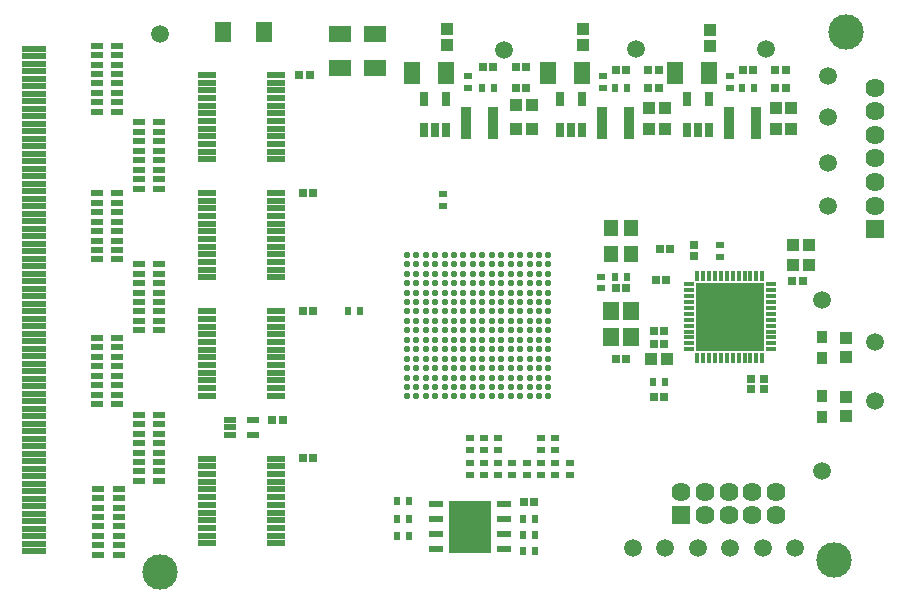
<source format=gts>
G04*
G04 #@! TF.GenerationSoftware,Altium Limited,Altium Designer,23.7.1 (13)*
G04*
G04 Layer_Color=8388736*
%FSLAX44Y44*%
%MOMM*%
G71*
G04*
G04 #@! TF.SameCoordinates,D2E7A544-C627-4BF8-9092-2E35ECC9D328*
G04*
G04*
G04 #@! TF.FilePolarity,Negative*
G04*
G01*
G75*
%ADD41C,1.5200*%
%ADD42R,5.7200X5.7200*%
%ADD43R,0.4200X0.8200*%
%ADD44R,0.8200X0.4200*%
%ADD45R,1.5950X0.5700*%
%ADD46R,1.3200X1.5200*%
%ADD47R,0.7200X0.7600*%
%ADD48R,0.7200X0.6200*%
%ADD49R,0.7200X1.2700*%
%ADD50R,0.9200X2.8200*%
%ADD51R,0.6200X0.7200*%
%ADD52R,1.1700X0.5700*%
%ADD53R,3.5700X4.4700*%
%ADD54R,1.3700X1.7700*%
%ADD55R,1.1200X0.5200*%
%ADD56R,1.0200X0.5700*%
%ADD57R,1.1200X1.0200*%
%ADD58C,0.5400*%
%ADD59R,1.9200X1.4200*%
%ADD60R,1.4200X1.9200*%
%ADD61R,0.9200X1.0200*%
%ADD62R,1.0200X1.1200*%
%ADD63C,3.0000*%
%ADD64R,0.7600X0.7200*%
%ADD65R,1.0700X1.0200*%
%ADD66R,2.1200X0.5000*%
%ADD67R,1.2200X1.4200*%
%ADD68C,1.6200*%
%ADD69R,1.6200X1.6200*%
D41*
X885000Y660000D02*
D03*
X832500Y682500D02*
D03*
X722500D02*
D03*
X611000Y682000D02*
D03*
X320000Y695000D02*
D03*
X925000Y385000D02*
D03*
Y435000D02*
D03*
X880000Y325000D02*
D03*
X720000Y260000D02*
D03*
X885000Y625000D02*
D03*
Y586000D02*
D03*
X880000Y470000D02*
D03*
X885000Y550000D02*
D03*
X857500Y260000D02*
D03*
X830000D02*
D03*
X802500D02*
D03*
X775000D02*
D03*
X747500D02*
D03*
D42*
X802000Y456000D02*
D03*
D43*
X774500Y490500D02*
D03*
X779500D02*
D03*
X784500D02*
D03*
X789500D02*
D03*
X794500D02*
D03*
X799500D02*
D03*
X804500D02*
D03*
X809500D02*
D03*
X814500D02*
D03*
X819500D02*
D03*
X824500D02*
D03*
X829500D02*
D03*
Y421500D02*
D03*
X824500D02*
D03*
X819500D02*
D03*
X814500D02*
D03*
X809500D02*
D03*
X804500D02*
D03*
X799500D02*
D03*
X794500D02*
D03*
X789500D02*
D03*
X784500D02*
D03*
X779500D02*
D03*
X774500D02*
D03*
D44*
X836500Y483500D02*
D03*
Y478500D02*
D03*
Y473500D02*
D03*
Y468500D02*
D03*
Y463500D02*
D03*
Y458500D02*
D03*
Y453500D02*
D03*
Y448500D02*
D03*
Y443500D02*
D03*
Y438500D02*
D03*
Y433500D02*
D03*
Y428500D02*
D03*
X767500D02*
D03*
Y433500D02*
D03*
Y438500D02*
D03*
Y443500D02*
D03*
Y448500D02*
D03*
Y453500D02*
D03*
Y458500D02*
D03*
Y463500D02*
D03*
Y468500D02*
D03*
Y473500D02*
D03*
Y478500D02*
D03*
Y483500D02*
D03*
D45*
X359120Y335750D02*
D03*
Y329250D02*
D03*
Y322750D02*
D03*
Y316250D02*
D03*
Y309750D02*
D03*
Y303250D02*
D03*
Y296750D02*
D03*
Y290250D02*
D03*
Y283750D02*
D03*
Y277250D02*
D03*
Y270750D02*
D03*
Y264250D02*
D03*
X417880D02*
D03*
Y270750D02*
D03*
Y277250D02*
D03*
Y283750D02*
D03*
Y290250D02*
D03*
Y296750D02*
D03*
Y303250D02*
D03*
Y309750D02*
D03*
Y316250D02*
D03*
Y322750D02*
D03*
Y329250D02*
D03*
Y335750D02*
D03*
X359120Y660750D02*
D03*
Y654250D02*
D03*
Y647750D02*
D03*
Y641250D02*
D03*
Y634750D02*
D03*
Y628250D02*
D03*
Y621750D02*
D03*
Y615250D02*
D03*
Y608750D02*
D03*
Y602250D02*
D03*
Y595750D02*
D03*
Y589250D02*
D03*
X417880D02*
D03*
Y595750D02*
D03*
Y602250D02*
D03*
Y608750D02*
D03*
Y615250D02*
D03*
Y621750D02*
D03*
Y628250D02*
D03*
Y634750D02*
D03*
Y641250D02*
D03*
Y647750D02*
D03*
Y654250D02*
D03*
Y660750D02*
D03*
Y460750D02*
D03*
Y454250D02*
D03*
Y447750D02*
D03*
Y441250D02*
D03*
Y434750D02*
D03*
Y428250D02*
D03*
Y421750D02*
D03*
Y415250D02*
D03*
Y408750D02*
D03*
Y402250D02*
D03*
Y395750D02*
D03*
Y389250D02*
D03*
X359120D02*
D03*
Y395750D02*
D03*
Y402250D02*
D03*
Y408750D02*
D03*
Y415250D02*
D03*
Y421750D02*
D03*
Y428250D02*
D03*
Y434750D02*
D03*
Y441250D02*
D03*
Y447750D02*
D03*
Y454250D02*
D03*
Y460750D02*
D03*
Y560750D02*
D03*
Y554250D02*
D03*
Y547750D02*
D03*
Y541250D02*
D03*
Y534750D02*
D03*
Y528250D02*
D03*
Y521750D02*
D03*
Y515250D02*
D03*
Y508750D02*
D03*
Y502250D02*
D03*
Y495750D02*
D03*
Y489250D02*
D03*
X417880D02*
D03*
Y495750D02*
D03*
Y502250D02*
D03*
Y508750D02*
D03*
Y515250D02*
D03*
Y521750D02*
D03*
Y528250D02*
D03*
Y534750D02*
D03*
Y541250D02*
D03*
Y547750D02*
D03*
Y554250D02*
D03*
Y560750D02*
D03*
D46*
X701500Y439000D02*
D03*
Y461000D02*
D03*
X718500D02*
D03*
Y439000D02*
D03*
D47*
X636400Y299000D02*
D03*
X627600D02*
D03*
X593100Y667500D02*
D03*
X601900D02*
D03*
X414600Y369000D02*
D03*
X423400D02*
D03*
X620600Y650000D02*
D03*
X629400D02*
D03*
Y667500D02*
D03*
X620600D02*
D03*
X737600Y444000D02*
D03*
X746400D02*
D03*
X737600Y388000D02*
D03*
X746400D02*
D03*
X449400Y461000D02*
D03*
X440600D02*
D03*
X449400Y336000D02*
D03*
X440600D02*
D03*
X714400Y665000D02*
D03*
X705600D02*
D03*
X751400Y513000D02*
D03*
X742600D02*
D03*
X741900Y665000D02*
D03*
X733100D02*
D03*
X741900Y650000D02*
D03*
X733100D02*
D03*
X714400Y420000D02*
D03*
X705600D02*
D03*
X705600Y480000D02*
D03*
X714400D02*
D03*
X746400Y433000D02*
D03*
X737600D02*
D03*
X840600Y665000D02*
D03*
X849400D02*
D03*
X840600Y650000D02*
D03*
X849400D02*
D03*
X821900Y665000D02*
D03*
X813100D02*
D03*
X855100Y486000D02*
D03*
X863900D02*
D03*
X748400Y487000D02*
D03*
X739600D02*
D03*
X440600Y561000D02*
D03*
X449400D02*
D03*
X437600Y661000D02*
D03*
X446400D02*
D03*
D48*
X695000Y660000D02*
D03*
Y650000D02*
D03*
X802500Y660000D02*
D03*
Y650000D02*
D03*
X642000Y332000D02*
D03*
Y322000D02*
D03*
X618000D02*
D03*
Y332000D02*
D03*
X630000Y322000D02*
D03*
Y332000D02*
D03*
X606000D02*
D03*
Y322000D02*
D03*
X594000Y332000D02*
D03*
Y322000D02*
D03*
X582000Y332000D02*
D03*
Y322000D02*
D03*
X594000Y343000D02*
D03*
Y353000D02*
D03*
X582000D02*
D03*
Y343000D02*
D03*
X606000Y353000D02*
D03*
Y343000D02*
D03*
X642000Y353000D02*
D03*
Y343000D02*
D03*
X654000Y353000D02*
D03*
Y343000D02*
D03*
Y332000D02*
D03*
Y322000D02*
D03*
X667000D02*
D03*
Y332000D02*
D03*
X559000Y560000D02*
D03*
Y550000D02*
D03*
X794000Y507000D02*
D03*
Y517000D02*
D03*
X693000Y490000D02*
D03*
Y480000D02*
D03*
X580000Y650000D02*
D03*
Y660000D02*
D03*
D49*
X543000Y640500D02*
D03*
X562000D02*
D03*
Y614500D02*
D03*
X552500D02*
D03*
X543000D02*
D03*
X658000Y640500D02*
D03*
X677000D02*
D03*
Y614500D02*
D03*
X667500D02*
D03*
X658000D02*
D03*
X765500Y640500D02*
D03*
X784500D02*
D03*
Y614500D02*
D03*
X775000D02*
D03*
X765500D02*
D03*
D50*
X824000Y620000D02*
D03*
X801000D02*
D03*
X693500D02*
D03*
X716500D02*
D03*
X578500D02*
D03*
X601500D02*
D03*
D51*
X637000Y285000D02*
D03*
X627000D02*
D03*
X530000Y270000D02*
D03*
X520000D02*
D03*
X705000Y490000D02*
D03*
X715000D02*
D03*
X627000Y258000D02*
D03*
X637000D02*
D03*
X530000Y285000D02*
D03*
X520000D02*
D03*
X747000Y401000D02*
D03*
X737000D02*
D03*
X479000Y461000D02*
D03*
X489000D02*
D03*
X627000Y271000D02*
D03*
X637000D02*
D03*
X530000Y300000D02*
D03*
X520000D02*
D03*
X812500Y650000D02*
D03*
X822500D02*
D03*
X705000D02*
D03*
X715000D02*
D03*
X592500D02*
D03*
X602500D02*
D03*
D52*
X553500Y297050D02*
D03*
Y284350D02*
D03*
Y271650D02*
D03*
Y258950D02*
D03*
X610500D02*
D03*
Y271650D02*
D03*
Y284350D02*
D03*
Y297050D02*
D03*
D53*
X582000Y278000D02*
D03*
D54*
X372750Y697500D02*
D03*
X407250D02*
D03*
D55*
X378500Y369000D02*
D03*
Y362500D02*
D03*
Y356000D02*
D03*
X398500D02*
D03*
Y369000D02*
D03*
D56*
X284500Y254500D02*
D03*
Y262500D02*
D03*
Y278500D02*
D03*
Y270500D02*
D03*
Y294500D02*
D03*
Y310500D02*
D03*
Y302500D02*
D03*
Y286500D02*
D03*
X267500D02*
D03*
Y302500D02*
D03*
Y310500D02*
D03*
Y294500D02*
D03*
Y270500D02*
D03*
Y278500D02*
D03*
Y262500D02*
D03*
Y254500D02*
D03*
X318500Y317000D02*
D03*
Y325000D02*
D03*
Y341000D02*
D03*
Y333000D02*
D03*
Y357000D02*
D03*
Y373000D02*
D03*
Y365000D02*
D03*
Y349000D02*
D03*
X301500D02*
D03*
Y365000D02*
D03*
Y373000D02*
D03*
Y357000D02*
D03*
Y333000D02*
D03*
Y341000D02*
D03*
Y325000D02*
D03*
Y317000D02*
D03*
X283500Y382000D02*
D03*
Y390000D02*
D03*
Y406000D02*
D03*
Y398000D02*
D03*
Y422000D02*
D03*
Y438000D02*
D03*
Y430000D02*
D03*
Y414000D02*
D03*
X266500D02*
D03*
Y430000D02*
D03*
Y438000D02*
D03*
Y422000D02*
D03*
Y398000D02*
D03*
Y406000D02*
D03*
Y390000D02*
D03*
Y382000D02*
D03*
X318500Y444500D02*
D03*
Y452500D02*
D03*
Y468500D02*
D03*
Y460500D02*
D03*
Y484500D02*
D03*
Y500500D02*
D03*
Y492500D02*
D03*
Y476500D02*
D03*
X301500D02*
D03*
Y492500D02*
D03*
Y500500D02*
D03*
Y484500D02*
D03*
Y460500D02*
D03*
Y468500D02*
D03*
Y452500D02*
D03*
Y444500D02*
D03*
X283500Y504500D02*
D03*
Y512500D02*
D03*
Y528500D02*
D03*
Y520500D02*
D03*
Y544500D02*
D03*
Y560500D02*
D03*
Y552500D02*
D03*
Y536500D02*
D03*
X266500D02*
D03*
Y552500D02*
D03*
Y560500D02*
D03*
Y544500D02*
D03*
Y520500D02*
D03*
Y528500D02*
D03*
Y512500D02*
D03*
Y504500D02*
D03*
X318500Y564500D02*
D03*
Y572500D02*
D03*
Y588500D02*
D03*
Y580500D02*
D03*
Y604500D02*
D03*
Y620500D02*
D03*
Y612500D02*
D03*
Y596500D02*
D03*
X301500D02*
D03*
Y612500D02*
D03*
Y620500D02*
D03*
Y604500D02*
D03*
Y580500D02*
D03*
Y588500D02*
D03*
Y572500D02*
D03*
Y564500D02*
D03*
X283500Y629500D02*
D03*
Y637500D02*
D03*
Y653500D02*
D03*
Y645500D02*
D03*
Y669500D02*
D03*
Y685500D02*
D03*
Y677500D02*
D03*
Y661500D02*
D03*
X266500D02*
D03*
Y677500D02*
D03*
Y685500D02*
D03*
Y669500D02*
D03*
Y645500D02*
D03*
Y653500D02*
D03*
Y637500D02*
D03*
Y629500D02*
D03*
D57*
X677500Y699250D02*
D03*
Y685750D02*
D03*
X785000Y685000D02*
D03*
Y698500D02*
D03*
X562500Y685750D02*
D03*
Y699250D02*
D03*
D58*
X528500Y508500D02*
D03*
X536500D02*
D03*
X544500D02*
D03*
X552500D02*
D03*
X560500D02*
D03*
X568500D02*
D03*
X576500D02*
D03*
X584500D02*
D03*
X592500D02*
D03*
X600500D02*
D03*
X608500D02*
D03*
X616500D02*
D03*
X624500D02*
D03*
X632500D02*
D03*
X640500D02*
D03*
X648500D02*
D03*
X528500Y500500D02*
D03*
X536500D02*
D03*
X544500D02*
D03*
X552500D02*
D03*
X560500D02*
D03*
X568500D02*
D03*
X576500D02*
D03*
X584500D02*
D03*
X592500D02*
D03*
X600500D02*
D03*
X608500D02*
D03*
X616500D02*
D03*
X624500D02*
D03*
X632500D02*
D03*
X640500D02*
D03*
X648500D02*
D03*
X528500Y492500D02*
D03*
X536500D02*
D03*
X544500D02*
D03*
X552500D02*
D03*
X560500D02*
D03*
X568500D02*
D03*
X576500D02*
D03*
X584500D02*
D03*
X592500D02*
D03*
X600500D02*
D03*
X608500D02*
D03*
X616500D02*
D03*
X624500D02*
D03*
X632500D02*
D03*
X640500D02*
D03*
X648500D02*
D03*
X528500Y484500D02*
D03*
X536500D02*
D03*
X544500D02*
D03*
X552500D02*
D03*
X560500D02*
D03*
X568500D02*
D03*
X576500D02*
D03*
X584500D02*
D03*
X592500D02*
D03*
X600500D02*
D03*
X608500D02*
D03*
X616500D02*
D03*
X624500D02*
D03*
X632500D02*
D03*
X640500D02*
D03*
X648500D02*
D03*
X528500Y476500D02*
D03*
X536500D02*
D03*
X544500D02*
D03*
X552500D02*
D03*
X560500D02*
D03*
X568500D02*
D03*
X576500D02*
D03*
X584500D02*
D03*
X592500D02*
D03*
X600500D02*
D03*
X608500D02*
D03*
X616500D02*
D03*
X624500D02*
D03*
X632500D02*
D03*
X640500D02*
D03*
X648500D02*
D03*
X528500Y468500D02*
D03*
X536500D02*
D03*
X544500D02*
D03*
X552500D02*
D03*
X560500D02*
D03*
X568500D02*
D03*
X576500D02*
D03*
X584500D02*
D03*
X592500D02*
D03*
X600500D02*
D03*
X608500D02*
D03*
X616500D02*
D03*
X624500D02*
D03*
X632500D02*
D03*
X640500D02*
D03*
X648500D02*
D03*
X528500Y460500D02*
D03*
X536500D02*
D03*
X544500D02*
D03*
X552500D02*
D03*
X560500D02*
D03*
X568500D02*
D03*
X576500D02*
D03*
X584500D02*
D03*
X592500D02*
D03*
X600500D02*
D03*
X608500D02*
D03*
X616500D02*
D03*
X624500D02*
D03*
X632500D02*
D03*
X640500D02*
D03*
X648500D02*
D03*
X528500Y452500D02*
D03*
X536500D02*
D03*
X544500D02*
D03*
X552500D02*
D03*
X560500D02*
D03*
X568500D02*
D03*
X576500D02*
D03*
X584500D02*
D03*
X592500D02*
D03*
X600500D02*
D03*
X608500D02*
D03*
X616500D02*
D03*
X624500D02*
D03*
X632500D02*
D03*
X640500D02*
D03*
X648500D02*
D03*
X528500Y444500D02*
D03*
X536500D02*
D03*
X544500D02*
D03*
X552500D02*
D03*
X560500D02*
D03*
X568500D02*
D03*
X576500D02*
D03*
X584500D02*
D03*
X592500D02*
D03*
X600500D02*
D03*
X608500D02*
D03*
X616500D02*
D03*
X624500D02*
D03*
X632500D02*
D03*
X640500D02*
D03*
X648500D02*
D03*
X528500Y436500D02*
D03*
X536500D02*
D03*
X544500D02*
D03*
X552500D02*
D03*
X560500D02*
D03*
X568500D02*
D03*
X576500D02*
D03*
X584500D02*
D03*
X592500D02*
D03*
X600500D02*
D03*
X608500D02*
D03*
X616500D02*
D03*
X624500D02*
D03*
X632500D02*
D03*
X640500D02*
D03*
X648500D02*
D03*
X528500Y428500D02*
D03*
X536500D02*
D03*
X544500D02*
D03*
X552500D02*
D03*
X560500D02*
D03*
X568500D02*
D03*
X576500D02*
D03*
X584500D02*
D03*
X592500D02*
D03*
X600500D02*
D03*
X608500D02*
D03*
X616500D02*
D03*
X624500D02*
D03*
X632500D02*
D03*
X640500D02*
D03*
X648500D02*
D03*
X528500Y420500D02*
D03*
X536500D02*
D03*
X544500D02*
D03*
X552500D02*
D03*
X560500D02*
D03*
X568500D02*
D03*
X576500D02*
D03*
X584500D02*
D03*
X592500D02*
D03*
X600500D02*
D03*
X608500D02*
D03*
X616500D02*
D03*
X624500D02*
D03*
X632500D02*
D03*
X640500D02*
D03*
X648500D02*
D03*
X528500Y412500D02*
D03*
X536500D02*
D03*
X544500D02*
D03*
X552500D02*
D03*
X560500D02*
D03*
X568500D02*
D03*
X576500D02*
D03*
X584500D02*
D03*
X592500D02*
D03*
X600500D02*
D03*
X608500D02*
D03*
X616500D02*
D03*
X624500D02*
D03*
X632500D02*
D03*
X640500D02*
D03*
X648500D02*
D03*
X528500Y404500D02*
D03*
X536500D02*
D03*
X544500D02*
D03*
X552500D02*
D03*
X560500D02*
D03*
X568500D02*
D03*
X576500D02*
D03*
X584500D02*
D03*
X592500D02*
D03*
X600500D02*
D03*
X608500D02*
D03*
X616500D02*
D03*
X624500D02*
D03*
X632500D02*
D03*
X640500D02*
D03*
X648500D02*
D03*
X528500Y396500D02*
D03*
X536500D02*
D03*
X544500D02*
D03*
X552500D02*
D03*
X560500D02*
D03*
X568500D02*
D03*
X576500D02*
D03*
X584500D02*
D03*
X592500D02*
D03*
X600500D02*
D03*
X608500D02*
D03*
X616500D02*
D03*
X624500D02*
D03*
X632500D02*
D03*
X640500D02*
D03*
X648500D02*
D03*
X528500Y388500D02*
D03*
X536500D02*
D03*
X544500D02*
D03*
X552500D02*
D03*
X560500D02*
D03*
X568500D02*
D03*
X576500D02*
D03*
X584500D02*
D03*
X592500D02*
D03*
X600500D02*
D03*
X608500D02*
D03*
X616500D02*
D03*
X624500D02*
D03*
X632500D02*
D03*
X640500D02*
D03*
X648500D02*
D03*
D59*
X502000Y695500D02*
D03*
Y666500D02*
D03*
X472000Y695500D02*
D03*
Y666500D02*
D03*
D60*
X755500Y662500D02*
D03*
X784500D02*
D03*
X648000D02*
D03*
X677000D02*
D03*
X533000D02*
D03*
X562000D02*
D03*
D61*
X880000Y371500D02*
D03*
Y388500D02*
D03*
Y421500D02*
D03*
Y438500D02*
D03*
D62*
X854250Y615000D02*
D03*
X840750D02*
D03*
X634250Y635000D02*
D03*
X620750D02*
D03*
X854250Y632500D02*
D03*
X840750D02*
D03*
X748750Y420000D02*
D03*
X735250D02*
D03*
X733250Y615000D02*
D03*
X746750D02*
D03*
X868750Y500000D02*
D03*
X855250D02*
D03*
X868750Y517000D02*
D03*
X855250D02*
D03*
X733250Y632500D02*
D03*
X746750D02*
D03*
X634250Y615000D02*
D03*
X620750D02*
D03*
D63*
X320000Y240000D02*
D03*
X900000Y697500D02*
D03*
X890000Y250000D02*
D03*
D64*
X820000Y403400D02*
D03*
Y394600D02*
D03*
X772000Y507600D02*
D03*
Y516400D02*
D03*
X831000Y403400D02*
D03*
Y394600D02*
D03*
D65*
X900000Y372000D02*
D03*
Y388000D02*
D03*
Y422000D02*
D03*
Y438000D02*
D03*
D66*
X213000Y644625D02*
D03*
Y638275D02*
D03*
Y631925D02*
D03*
Y625575D02*
D03*
Y682725D02*
D03*
Y670025D02*
D03*
Y657325D02*
D03*
Y619225D02*
D03*
Y606525D02*
D03*
Y593825D02*
D03*
Y581125D02*
D03*
Y568425D02*
D03*
Y555725D02*
D03*
Y543025D02*
D03*
Y530325D02*
D03*
Y517625D02*
D03*
Y504925D02*
D03*
Y492225D02*
D03*
Y479525D02*
D03*
Y466825D02*
D03*
Y454125D02*
D03*
Y441425D02*
D03*
Y428725D02*
D03*
Y416025D02*
D03*
Y403325D02*
D03*
Y390625D02*
D03*
Y377925D02*
D03*
Y365225D02*
D03*
Y352525D02*
D03*
Y339825D02*
D03*
Y327125D02*
D03*
Y314425D02*
D03*
Y301725D02*
D03*
Y289025D02*
D03*
Y276325D02*
D03*
Y263625D02*
D03*
Y676375D02*
D03*
Y663675D02*
D03*
Y650975D02*
D03*
Y612875D02*
D03*
Y600175D02*
D03*
Y587475D02*
D03*
Y574775D02*
D03*
Y562075D02*
D03*
Y549375D02*
D03*
Y536675D02*
D03*
Y523975D02*
D03*
Y511275D02*
D03*
Y498575D02*
D03*
Y485875D02*
D03*
Y473175D02*
D03*
Y460475D02*
D03*
Y447775D02*
D03*
Y435075D02*
D03*
Y422375D02*
D03*
Y409675D02*
D03*
Y396975D02*
D03*
Y384275D02*
D03*
Y371575D02*
D03*
Y358875D02*
D03*
Y346175D02*
D03*
Y333475D02*
D03*
Y320775D02*
D03*
Y308075D02*
D03*
Y295375D02*
D03*
Y282675D02*
D03*
Y269975D02*
D03*
Y257275D02*
D03*
D67*
X701500Y531000D02*
D03*
X718500D02*
D03*
X701500Y509000D02*
D03*
X718500D02*
D03*
D68*
X925000Y590000D02*
D03*
Y610000D02*
D03*
Y630000D02*
D03*
Y550000D02*
D03*
Y570000D02*
D03*
Y650000D02*
D03*
X761000Y308000D02*
D03*
X781000Y288000D02*
D03*
Y308000D02*
D03*
X801000Y288000D02*
D03*
Y308000D02*
D03*
X821000Y288000D02*
D03*
Y308000D02*
D03*
X841000Y288000D02*
D03*
Y308000D02*
D03*
D69*
X925000Y530000D02*
D03*
X761000Y288000D02*
D03*
M02*

</source>
